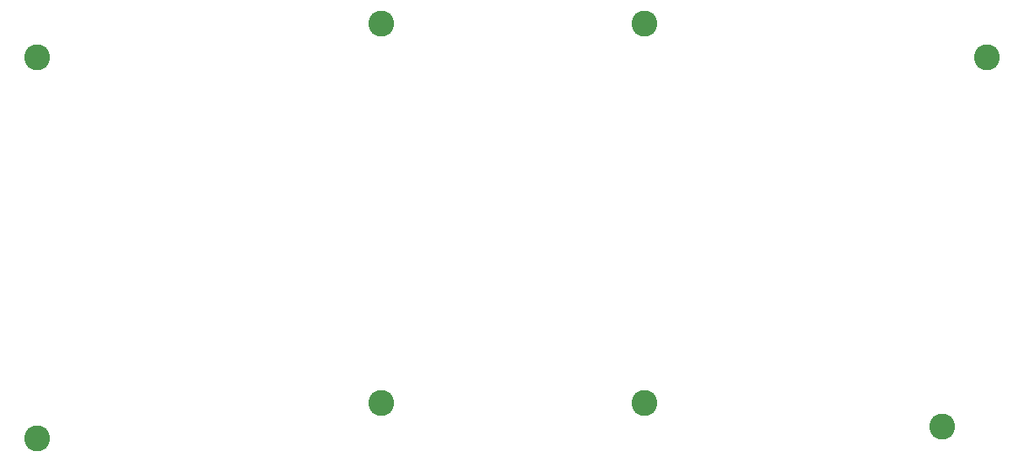
<source format=gbr>
%TF.GenerationSoftware,KiCad,Pcbnew,(5.1.10)-1*%
%TF.CreationDate,2021-10-27T12:41:30-06:00*%
%TF.ProjectId,Bottom Plate,426f7474-6f6d-4205-906c-6174652e6b69,rev?*%
%TF.SameCoordinates,Original*%
%TF.FileFunction,Soldermask,Top*%
%TF.FilePolarity,Negative*%
%FSLAX46Y46*%
G04 Gerber Fmt 4.6, Leading zero omitted, Abs format (unit mm)*
G04 Created by KiCad (PCBNEW (5.1.10)-1) date 2021-10-27 12:41:30*
%MOMM*%
%LPD*%
G01*
G04 APERTURE LIST*
%ADD10C,2.600000*%
G04 APERTURE END LIST*
D10*
%TO.C,SCREW2*%
X93960000Y-110350000D03*
%TD*%
%TO.C,SCREW1*%
X93960000Y-72150000D03*
%TD*%
%TO.C,SCREW6*%
X184780000Y-109220000D03*
%TD*%
%TO.C,SCREW4*%
X154910000Y-106850000D03*
%TD*%
%TO.C,SCREW5*%
X189250000Y-72150000D03*
%TD*%
%TO.C,SCREW3*%
X128500000Y-68750000D03*
%TD*%
%TO.C,SCREW7*%
X128500000Y-106850000D03*
%TD*%
%TO.C,SCREW8*%
X154910000Y-68750000D03*
%TD*%
M02*

</source>
